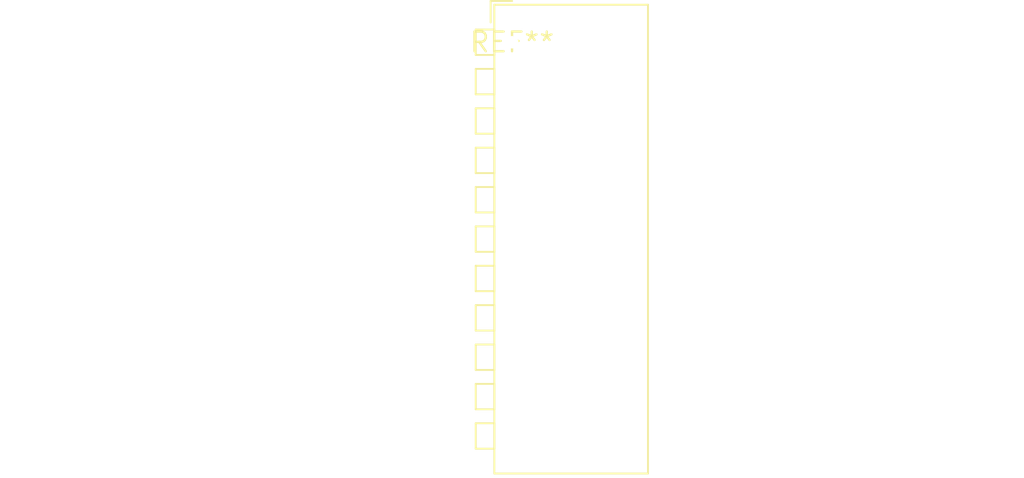
<source format=kicad_pcb>
(kicad_pcb (version 20240108) (generator pcbnew)
  (layers (0 "F.Cu" signal) (31 "B.Cu" signal) (34 "B.Paste" user) (35 "F.Paste" user) (36 "B.SilkS" user "B.Silkscreen") (37 "F.SilkS" user "F.Silkscreen") (38 "B.Mask" user) (39 "F.Mask" user) (44 "Edge.Cuts" user))
  (net 0 "")
  (footprint "SW_DIP_SPSTx11_Piano_CTS_Series194-11MSTN_W7.62mm_P2.54mm" (layer "F.Cu") (at 0 0)
    (property "Reference" "REF**")
    (property "Value" "SW_DIP_SPSTx11_Piano_CTS_Series194-11MSTN_W7.62mm_P2.54mm")
    (fp_line (start -2.34 -0.82) (end -2.34 0.82) (layer "F.SilkS") (stroke (width 0.12)))
    (fp_line (start -2.34 -0.82) (end -1.14 -0.82) (layer "F.SilkS") (stroke (width 0.12)))
    (fp_line (start -2.34 0.82) (end -1.14 0.82) (layer "F.SilkS") (stroke (width 0.12)))
    (fp_line (start -2.34 1.72) (end -2.34 3.361) (layer "F.SilkS") (stroke (width 0.12)))
    (fp_line (start -2.34 1.72) (end -1.14 1.72) (layer "F.SilkS") (stroke (width 0.12)))
    (fp_line (start -2.34 3.361) (end -1.14 3.361) (layer "F.SilkS") (stroke (width 0.12)))
    (fp_line (start -2.34 4.261) (end -2.34 5.9) (layer "F.SilkS") (stroke (width 0.12)))
    (fp_line (start -2.34 4.261) (end -1.14 4.261) (layer "F.SilkS") (stroke (width 0.12)))
    (fp_line (start -2.34 5.9) (end -1.14 5.9) (layer "F.SilkS") (stroke (width 0.12)))
    (fp_line (start -2.34 6.801) (end -2.34 8.441) (layer "F.SilkS") (stroke (width 0.12)))
    (fp_line (start -2.34 6.801) (end -1.14 6.801) (layer "F.SilkS") (stroke (width 0.12)))
    (fp_line (start -2.34 8.441) (end -1.14 8.441) (layer "F.SilkS") (stroke (width 0.12)))
    (fp_line (start -2.34 9.34) (end -2.34 10.98) (layer "F.SilkS") (stroke (width 0.12)))
    (fp_line (start -2.34 9.34) (end -1.14 9.34) (layer "F.SilkS") (stroke (width 0.12)))
    (fp_line (start -2.34 10.98) (end -1.14 10.98) (layer "F.SilkS") (stroke (width 0.12)))
    (fp_line (start -2.34 11.88) (end -2.34 13.52) (layer "F.SilkS") (stroke (width 0.12)))
    (fp_line (start -2.34 11.88) (end -1.14 11.88) (layer "F.SilkS") (stroke (width 0.12)))
    (fp_line (start -2.34 13.52) (end -1.14 13.52) (layer "F.SilkS") (stroke (width 0.12)))
    (fp_line (start -2.34 14.42) (end -2.34 16.06) (layer "F.SilkS") (stroke (width 0.12)))
    (fp_line (start -2.34 14.42) (end -1.14 14.42) (layer "F.SilkS") (stroke (width 0.12)))
    (fp_line (start -2.34 16.06) (end -1.14 16.06) (layer "F.SilkS") (stroke (width 0.12)))
    (fp_line (start -2.34 16.96) (end -2.34 18.6) (layer "F.SilkS") (stroke (width 0.12)))
    (fp_line (start -2.34 16.96) (end -1.14 16.96) (layer "F.SilkS") (stroke (width 0.12)))
    (fp_line (start -2.34 18.6) (end -1.14 18.6) (layer "F.SilkS") (stroke (width 0.12)))
    (fp_line (start -2.34 19.5) (end -2.34 21.14) (layer "F.SilkS") (stroke (width 0.12)))
    (fp_line (start -2.34 19.5) (end -1.14 19.5) (layer "F.SilkS") (stroke (width 0.12)))
    (fp_line (start -2.34 21.14) (end -1.14 21.14) (layer "F.SilkS") (stroke (width 0.12)))
    (fp_line (start -2.34 22.04) (end -2.34 23.68) (layer "F.SilkS") (stroke (width 0.12)))
    (fp_line (start -2.34 22.04) (end -1.14 22.04) (layer "F.SilkS") (stroke (width 0.12)))
    (fp_line (start -2.34 23.68) (end -1.14 23.68) (layer "F.SilkS") (stroke (width 0.12)))
    (fp_line (start -2.34 24.58) (end -2.34 26.22) (layer "F.SilkS") (stroke (width 0.12)))
    (fp_line (start -2.34 24.58) (end -1.14 24.58) (layer "F.SilkS") (stroke (width 0.12)))
    (fp_line (start -2.34 26.22) (end -1.14 26.22) (layer "F.SilkS") (stroke (width 0.12)))
    (fp_line (start -1.38 -2.66) (end -1.38 -1.277) (layer "F.SilkS") (stroke (width 0.12)))
    (fp_line (start -1.38 -2.66) (end 0.004 -2.66) (layer "F.SilkS") (stroke (width 0.12)))
    (fp_line (start -1.14 -2.42) (end -1.14 27.82) (layer "F.SilkS") (stroke (width 0.12)))
    (fp_line (start -1.14 -2.42) (end 8.76 -2.42) (layer "F.SilkS") (stroke (width 0.12)))
    (fp_line (start -1.14 -0.82) (end -1.14 0.82) (layer "F.SilkS") (stroke (width 0.12)))
    (fp_line (start -1.14 1.72) (end -1.14 3.361) (layer "F.SilkS") (stroke (width 0.12)))
    (fp_line (start -1.14 4.261) (end -1.14 5.9) (layer "F.SilkS") (stroke (width 0.12)))
    (fp_line (start -1.14 6.801) (end -1.14 8.441) (layer "F.SilkS") (stroke (width 0.12)))
    (fp_line (start -1.14 9.34) (end -1.14 10.98) (layer "F.SilkS") (stroke (width 0.12)))
    (fp_line (start -1.14 11.88) (end -1.14 13.52) (layer "F.SilkS") (stroke (width 0.12)))
    (fp_line (start -1.14 14.42) (end -1.14 16.06) (layer "F.SilkS") (stroke (width 0.12)))
    (fp_line (start -1.14 16.96) (end -1.14 18.6) (layer "F.SilkS") (stroke (width 0.12)))
    (fp_line (start -1.14 19.5) (end -1.14 21.14) (layer "F.SilkS") (stroke (width 0.12)))
    (fp_line (start -1.14 22.04) (end -1.14 23.68) (layer "F.SilkS") (stroke (width 0.12)))
    (fp_line (start -1.14 24.58) (end -1.14 26.22) (layer "F.SilkS") (stroke (width 0.12)))
    (fp_line (start -1.14 27.82) (end 8.76 27.82) (layer "F.SilkS") (stroke (width 0.12)))
    (fp_line (start 8.76 -2.42) (end 8.76 27.82) (layer "F.SilkS") (stroke (width 0.12)))
    (pad "1" thru_hole rect (at 0 0) (size 1.6 1.6) (drill 0.8) (layers *.Cu *.Mask) (remove_unused_layers))
    (pad "2" thru_hole oval (at 0 2.54) (size 1.6 1.6) (drill 0.8) (layers *.Cu *.Mask) (remove_unused_layers))
    (pad "3" thru_hole oval (at 0 5.08) (size 1.6 1.6) (drill 0.8) (layers *.Cu *.Mask) (remove_unused_layers))
    (pad "4" thru_hole oval (at 0 7.62) (size 1.6 1.6) (drill 0.8) (layers *.Cu *.Mask) (remove_unused_layers))
    (pad "5" thru_hole oval (at 0 10.16) (size 1.6 1.6) (drill 0.8) (layers *.Cu *.Mask) (remove_unused_layers))
    (pad "6" thru_hole oval (at 0 12.7) (size 1.6 1.6) (drill 0.8) (layers *.Cu *.Mask) (remove_unused_layers))
    (pad "7" thru_hole oval (at 0 15.24) (size 1.6 1.6) (drill 0.8) (layers *.Cu *.Mask) (remove_unused_layers))
    (pad "8" thru_hole oval (at 0 17.78) (size 1.6 1.6) (drill 0.8) (layers *.Cu *.Mask) (remove_unused_layers))
    (pad "9" thru_hole oval (at 0 20.32) (size 1.6 1.6) (drill 0.8) (layers *.Cu *.Mask) (remove_unused_layers))
    (pad "10" thru_hole oval (at 0 22.86) (size 1.6 1.6) (drill 0.8) (layers *.Cu *.Mask) (remove_unused_layers))
    (pad "11" thru_hole oval (at 0 25.4) (size 1.6 1.6) (drill 0.8) (layers *.Cu *.Mask) (remove_unused_layers))
    (pad "12" thru_hole oval (at 7.62 25.4) (size 1.6 1.6) (drill 0.8) (layers *.Cu *.Mask) (remove_unused_layers))
    (pad "13" thru_hole oval (at 7.62 22.86) (size 1.6 1.6) (drill 0.8) (layers *.Cu *.Mask) (remove_unused_layers))
    (pad "14" thru_hole oval (at 7.62 20.32) (size 1.6 1.6) (drill 0.8) (layers *.Cu *.Mask) (remove_unused_layers))
    (pad "15" thru_hole oval (at 7.62 17.78) (size 1.6 1.6) (drill 0.8) (layers *.Cu *.Mask) (remove_unused_layers))
    (pad "16" thru_hole oval (at 7.62 15.24) (size 1.6 1.6) (drill 0.8) (layers *.Cu *.Mask) (remove_unused_layers))
    (pad "17" thru_hole oval (at 7.62 12.7) (size 1.6 1.6) (drill 0.8) (layers *.Cu *.Mask) (remove_unused_layers))
    (pad "18" thru_hole oval (at 7.62 10.16) (size 1.6 1.6) (drill 0.8) (layers *.Cu *.Mask) (remove_unused_layers))
    (pad "19" thru_hole oval (at 7.62 7.62) (size 1.6 1.6) (drill 0.8) (layers *.Cu *.Mask) (remove_unused_layers))
    (pad "20" thru_hole oval (at 7.62 5.08) (size 1.6 1.6) (drill 0.8) (layers *.Cu *.Mask) (remove_unused_layers))
    (pad "21" thru_hole oval (at 7.62 2.54) (size 1.6 1.6) (drill 0.8) (layers *.Cu *.Mask) (remove_unused_layers))
    (pad "22" thru_hole oval (at 7.62 0) (size 1.6 1.6) (drill 0.8) (layers *.Cu *.Mask) (remove_unused_layers))
  )
)
</source>
